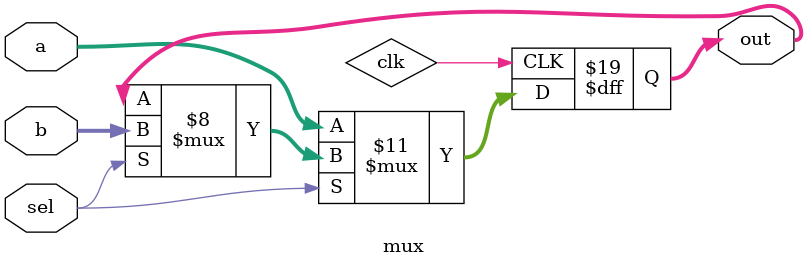
<source format=v>
module mux( 
input [4:0] a, b,
input sel,
output [4:0] out );
// When sel=0, assign a to out. 
// When sel=1, assign b to out.
// When sel=2, assign a AND b to out.
// When sel=3, assign a OR b to out.
always @(posedge clk) begin
  if (sel == 2)
    out <= a & b;
  else if (sel == 3)
    out <= a | b;
  else if (sel == 0)
    out <= a;
  else if (sel == 1)
    out <= b;
end
endmodule

</source>
